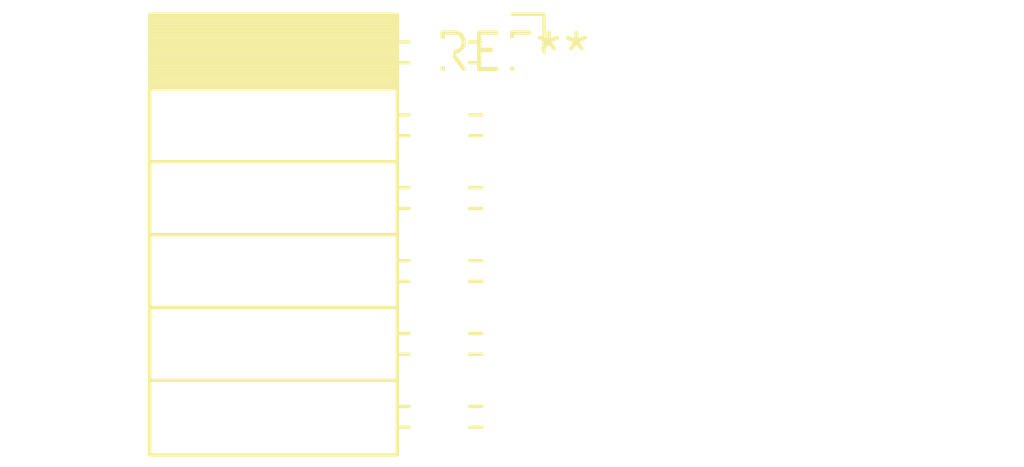
<source format=kicad_pcb>
(kicad_pcb (version 20240108) (generator pcbnew)
  (layers (0 "F.Cu" signal) (31 "B.Cu" signal) (34 "B.Paste" user) (35 "F.Paste" user) (36 "B.SilkS" user "B.Silkscreen") (37 "F.SilkS" user "F.Silkscreen") (38 "B.Mask" user) (39 "F.Mask" user) (44 "Edge.Cuts" user))
  (net 0 "")
  (footprint "PinSocket_2x06_P2.54mm_Horizontal" (layer "F.Cu") (at 0 0)
    (property "Reference" "REF**")
    (property "Value" "PinSocket_2x06_P2.54mm_Horizontal")
    (fp_line (start -12.63 -1.33) (end -12.63 14.03) (layer "F.SilkS") (stroke (width 0.12)))
    (fp_line (start -12.63 -1.33) (end -4 -1.33) (layer "F.SilkS") (stroke (width 0.12)))
    (fp_line (start -12.63 -1.21) (end -4 -1.21) (layer "F.SilkS") (stroke (width 0.12)))
    (fp_line (start -12.63 -1.091905) (end -4 -1.091905) (layer "F.SilkS") (stroke (width 0.12)))
    (fp_line (start -12.63 -0.97381) (end -4 -0.97381) (layer "F.SilkS") (stroke (width 0.12)))
    (fp_line (start -12.63 -0.855715) (end -4 -0.855715) (layer "F.SilkS") (stroke (width 0.12)))
    (fp_line (start -12.63 -0.73762) (end -4 -0.73762) (layer "F.SilkS") (stroke (width 0.12)))
    (fp_line (start -12.63 -0.619525) (end -4 -0.619525) (layer "F.SilkS") (stroke (width 0.12)))
    (fp_line (start -12.63 -0.50143) (end -4 -0.50143) (layer "F.SilkS") (stroke (width 0.12)))
    (fp_line (start -12.63 -0.383335) (end -4 -0.383335) (layer "F.SilkS") (stroke (width 0.12)))
    (fp_line (start -12.63 -0.26524) (end -4 -0.26524) (layer "F.SilkS") (stroke (width 0.12)))
    (fp_line (start -12.63 -0.147145) (end -4 -0.147145) (layer "F.SilkS") (stroke (width 0.12)))
    (fp_line (start -12.63 -0.02905) (end -4 -0.02905) (layer "F.SilkS") (stroke (width 0.12)))
    (fp_line (start -12.63 0.089045) (end -4 0.089045) (layer "F.SilkS") (stroke (width 0.12)))
    (fp_line (start -12.63 0.20714) (end -4 0.20714) (layer "F.SilkS") (stroke (width 0.12)))
    (fp_line (start -12.63 0.325235) (end -4 0.325235) (layer "F.SilkS") (stroke (width 0.12)))
    (fp_line (start -12.63 0.44333) (end -4 0.44333) (layer "F.SilkS") (stroke (width 0.12)))
    (fp_line (start -12.63 0.561425) (end -4 0.561425) (layer "F.SilkS") (stroke (width 0.12)))
    (fp_line (start -12.63 0.67952) (end -4 0.67952) (layer "F.SilkS") (stroke (width 0.12)))
    (fp_line (start -12.63 0.797615) (end -4 0.797615) (layer "F.SilkS") (stroke (width 0.12)))
    (fp_line (start -12.63 0.91571) (end -4 0.91571) (layer "F.SilkS") (stroke (width 0.12)))
    (fp_line (start -12.63 1.033805) (end -4 1.033805) (layer "F.SilkS") (stroke (width 0.12)))
    (fp_line (start -12.63 1.1519) (end -4 1.1519) (layer "F.SilkS") (stroke (width 0.12)))
    (fp_line (start -12.63 1.27) (end -4 1.27) (layer "F.SilkS") (stroke (width 0.12)))
    (fp_line (start -12.63 3.81) (end -4 3.81) (layer "F.SilkS") (stroke (width 0.12)))
    (fp_line (start -12.63 6.35) (end -4 6.35) (layer "F.SilkS") (stroke (width 0.12)))
    (fp_line (start -12.63 8.89) (end -4 8.89) (layer "F.SilkS") (stroke (width 0.12)))
    (fp_line (start -12.63 11.43) (end -4 11.43) (layer "F.SilkS") (stroke (width 0.12)))
    (fp_line (start -12.63 14.03) (end -4 14.03) (layer "F.SilkS") (stroke (width 0.12)))
    (fp_line (start -4 -1.33) (end -4 14.03) (layer "F.SilkS") (stroke (width 0.12)))
    (fp_line (start -4 -0.36) (end -3.59 -0.36) (layer "F.SilkS") (stroke (width 0.12)))
    (fp_line (start -4 0.36) (end -3.59 0.36) (layer "F.SilkS") (stroke (width 0.12)))
    (fp_line (start -4 2.18) (end -3.59 2.18) (layer "F.SilkS") (stroke (width 0.12)))
    (fp_line (start -4 2.9) (end -3.59 2.9) (layer "F.SilkS") (stroke (width 0.12)))
    (fp_line (start -4 4.72) (end -3.59 4.72) (layer "F.SilkS") (stroke (width 0.12)))
    (fp_line (start -4 5.44) (end -3.59 5.44) (layer "F.SilkS") (stroke (width 0.12)))
    (fp_line (start -4 7.26) (end -3.59 7.26) (layer "F.SilkS") (stroke (width 0.12)))
    (fp_line (start -4 7.98) (end -3.59 7.98) (layer "F.SilkS") (stroke (width 0.12)))
    (fp_line (start -4 9.8) (end -3.59 9.8) (layer "F.SilkS") (stroke (width 0.12)))
    (fp_line (start -4 10.52) (end -3.59 10.52) (layer "F.SilkS") (stroke (width 0.12)))
    (fp_line (start -4 12.34) (end -3.59 12.34) (layer "F.SilkS") (stroke (width 0.12)))
    (fp_line (start -4 13.06) (end -3.59 13.06) (layer "F.SilkS") (stroke (width 0.12)))
    (fp_line (start -1.49 -0.36) (end -1.11 -0.36) (layer "F.SilkS") (stroke (width 0.12)))
    (fp_line (start -1.49 0.36) (end -1.11 0.36) (layer "F.SilkS") (stroke (width 0.12)))
    (fp_line (start -1.49 2.18) (end -1.05 2.18) (layer "F.SilkS") (stroke (width 0.12)))
    (fp_line (start -1.49 2.9) (end -1.05 2.9) (layer "F.SilkS") (stroke (width 0.12)))
    (fp_line (start -1.49 4.72) (end -1.05 4.72) (layer "F.SilkS") (stroke (width 0.12)))
    (fp_line (start -1.49 5.44) (end -1.05 5.44) (layer "F.SilkS") (stroke (width 0.12)))
    (fp_line (start -1.49 7.26) (end -1.05 7.26) (layer "F.SilkS") (stroke (width 0.12)))
    (fp_line (start -1.49 7.98) (end -1.05 7.98) (layer "F.SilkS") (stroke (width 0.12)))
    (fp_line (start -1.49 9.8) (end -1.05 9.8) (layer "F.SilkS") (stroke (width 0.12)))
    (fp_line (start -1.49 10.52) (end -1.05 10.52) (layer "F.SilkS") (stroke (width 0.12)))
    (fp_line (start -1.49 12.34) (end -1.05 12.34) (layer "F.SilkS") (stroke (width 0.12)))
    (fp_line (start -1.49 13.06) (end -1.05 13.06) (layer "F.SilkS") (stroke (width 0.12)))
    (fp_line (start 0 -1.33) (end 1.11 -1.33) (layer "F.SilkS") (stroke (width 0.12)))
    (fp_line (start 1.11 -1.33) (end 1.11 0) (layer "F.SilkS") (stroke (width 0.12)))
    (pad "1" thru_hole rect (at 0 0) (size 1.7 1.7) (drill 1) (layers *.Cu *.Mask) (remove_unused_layers))
    (pad "2" thru_hole oval (at -2.54 0) (size 1.7 1.7) (drill 1) (layers *.Cu *.Mask) (remove_unused_layers))
    (pad "3" thru_hole oval (at 0 2.54) (size 1.7 1.7) (drill 1) (layers *.Cu *.Mask) (remove_unused_layers))
    (pad "4" thru_hole oval (at -2.54 2.54) (size 1.7 1.7) (drill 1) (layers *.Cu *.Mask) (remove_unused_layers))
    (pad "5" thru_hole oval (at 0 5.08) (size 1.7 1.7) (drill 1) (layers *.Cu *.Mask) (remove_unused_layers))
    (pad "6" thru_hole oval (at -2.54 5.08) (size 1.7 1.7) (drill 1) (layers *.Cu *.Mask) (remove_unused_layers))
    (pad "7" thru_hole oval (at 0 7.62) (size 1.7 1.7) (drill 1) (layers *.Cu *.Mask) (remove_unused_layers))
    (pad "8" thru_hole oval (at -2.54 7.62) (size 1.7 1.7) (drill 1) (layers *.Cu *.Mask) (remove_unused_layers))
    (pad "9" thru_hole oval (at 0 10.16) (size 1.7 1.7) (drill 1) (layers *.Cu *.Mask) (remove_unused_layers))
    (pad "10" thru_hole oval (at -2.54 10.16) (size 1.7 1.7) (drill 1) (layers *.Cu *.Mask) (remove_unused_layers))
    (pad "11" thru_hole oval (at 0 12.7) (size 1.7 1.7) (drill 1) (layers *.Cu *.Mask) (remove_unused_layers))
    (pad "12" thru_hole oval (at -2.54 12.7) (size 1.7 1.7) (drill 1) (layers *.Cu *.Mask) (remove_unused_layers))
  )
)
</source>
